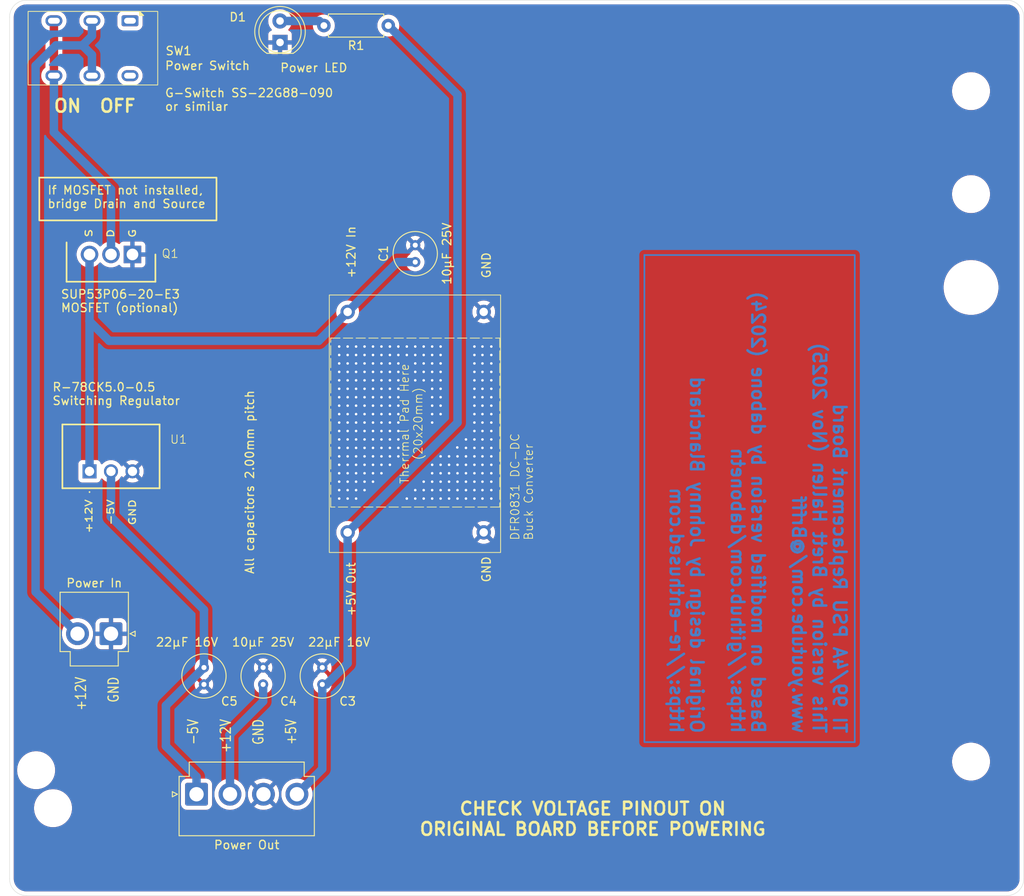
<source format=kicad_pcb>
(kicad_pcb (version 20241229) (generator "pcbnew") (generator_version "9.0")
  (title_block (title "Texas Instruments TI 99/4A PSU Replacement") (date "1/NOV/2025") (rev "A") (company "Brett Hallen") (comment 1 "www.youtube.com/@Brfff") (comment 2 "Modified design: dabonetn") (comment 3 "Original design: Johnny Blanchard"))
  (layers (0 "F.Cu" signal) (2 "B.Cu" signal) (13 "F.Paste" user) (15 "B.Paste" user) (5 "F.SilkS" user "F.Silkscreen") (7 "B.SilkS" user "B.Silkscreen") (1 "F.Mask" user) (3 "B.Mask" user) (25 "Edge.Cuts" user))
  (net 0 "")
  (net 1 "GND")
  (net 2 "+12V")
  (net 3 "+5V")
  (net 4 "-5V")
  (net 5 "Net-(J1-Pin_2)")
  (net 6 "Net-(Q1-D)")
  (net 7 "Net-(D1-A)")
  (footprint "Connector_JST:JST_VH_B2P-VH_1x02_P3.96mm_Vertical" (layer "F.Cu") (at 90 124 180)
    (property "Reference" "J1" (hide yes))
    (property "Value" "Power In" (at 1.98 6 0) (layer "F.SilkS"))
    (fp_line (start 6.02 4.91) (end -2.06 4.91) (stroke (width 0.12)) (layer "F.SilkS"))
    (fp_line (start 6.02 -2.11) (end 6.02 4.91) (stroke (width 0.12)) (layer "F.SilkS"))
    (fp_line (start 4.82 -2.11) (end 6.02 -2.11) (stroke (width 0.12)) (layer "F.SilkS"))
    (fp_line (start 4.82 -3.81) (end 4.82 -2.11) (stroke (width 0.12)) (layer "F.SilkS"))
    (fp_line (start -0.86 -2.11) (end -0.86 -3.81) (stroke (width 0.12)) (layer "F.SilkS"))
    (fp_line (start -0.86 -3.81) (end 4.82 -3.81) (stroke (width 0.12)) (layer "F.SilkS"))
    (fp_line (start -2.06 4.91) (end -2.06 -2.11) (stroke (width 0.12)) (layer "F.SilkS"))
    (fp_line (start -2.06 -2.11) (end -0.86 -2.11) (stroke (width 0.12)) (layer "F.SilkS"))
    (fp_line (start -2.26 0) (end -2.86 0.3) (stroke (width 0.12)) (layer "F.SilkS"))
    (fp_line (start -2.86 0.3) (end -2.86 -0.3) (stroke (width 0.12)) (layer "F.SilkS"))
    (fp_line (start -2.86 -0.3) (end -2.26 0) (stroke (width 0.12)) (layer "F.SilkS"))
    (pad "1" thru_hole roundrect (at 0 0 180) (size 2.7 2.7) (drill 1.7) (layers "*.Cu" "*.Mask") (roundrect_rratio 0.092593) (net 1 "GND"))
    (pad "2" thru_hole circle (at 3.96 0 180) (size 2.7 2.7) (drill 1.7) (layers "*.Cu" "*.Mask") (net 5 "Net-(J1-Pin_2)"))
  )
  (footprint "Capacitor_THT:C_Radial_D5.0mm_H5.0mm_P2.00mm" (layer "F.Cu") (at 101 130 90)
    (property "Reference" "C5" (at -2 3 180) (layer "F.SilkS"))
    (property "Value" "22µF 16V" (at 5 -2 180) (layer "F.SilkS"))
    (fp_circle (center 1 0) (end 3.62 0) (stroke (width 0.12)) (fill no) (layer "F.SilkS"))
    (pad "1" thru_hole circle (at 0 0 90) (size 1.2 1.2) (drill 0.6) (layers "*.Cu" "*.Mask") (net 1 "GND"))
    (pad "2" thru_hole circle (at 2 0 90) (size 1.2 1.2) (drill 0.6) (layers "*.Cu" "*.Mask") (net 4 "-5V"))
  )
  (footprint "Clueless_Engineer:R78CK5005" (layer "F.Cu") (at 87.46 104.775)
    (property "Reference" "U1" (at 10.54 -3.775 0) (layer "F.SilkS") (effects (font (thickness 0.1))))
    (property "Value" "R-78CK5.0-0.5" (hide yes))
    (fp_line (start -3.21 -5.55) (end -3.21 2) (stroke (width 0.2)) (layer "F.SilkS"))
    (fp_line (start -3.21 2) (end 8.29 2) (stroke (width 0.2)) (layer "F.SilkS"))
    (fp_line (start 0 2.4) (end 0 2.4) (stroke (width 0.1)) (layer "F.SilkS"))
    (fp_line (start 0 2.5) (end 0 2.5) (stroke (width 0.1)) (layer "F.SilkS"))
    (fp_line (start 8.29 -5.55) (end -3.21 -5.55) (stroke (width 0.2)) (layer "F.SilkS"))
    (fp_line (start 8.29 2) (end 8.29 -5.55) (stroke (width 0.2)) (layer "F.SilkS"))
    (fp_arc (start 0 2.4) (mid 0.05 2.45) (end 0 2.5) (stroke (width 0.1)) (layer "F.SilkS"))
    (fp_arc (start 0 2.5) (mid -0.05 2.45) (end 0 2.4) (stroke (width 0.1)) (layer "F.SilkS"))
    (pad "1" thru_hole rect (at 0 0) (size 1.665 1.665) (drill 1.11) (layers "*.Cu" "*.Mask") (net 2 "+12V"))
    (pad "2" thru_hole circle (at 2.54 0) (size 1.665 1.665) (drill 1.11) (layers "*.Cu" "*.Mask") (net 4 "-5V"))
    (pad "3" thru_hole circle (at 5.08 0) (size 1.665 1.665) (drill 1.11) (layers "*.Cu" "*.Mask") (net 1 "GND"))
  )
  (footprint "MountingHole:MountingHole_4mm" (layer "F.Cu") (at 191.76 139.138)
    (property "Reference" "H3" (hide yes))
    (property "Value" "MountingHole" (hide yes))
    (pad "" np_thru_hole circle (at 0 0) (size 4 4) (drill 4) (layers "*.Cu" "*.Mask"))
  )
  (footprint "Capacitor_THT:C_Radial_D5.0mm_H5.0mm_P2.00mm" (layer "F.Cu") (at 115 130 90)
    (property "Reference" "C3" (at -2 3 180) (layer "F.SilkS"))
    (property "Value" "22µF 16V" (at 5 2 180) (layer "F.SilkS"))
    (fp_circle (center 1 0) (end 3.62 0) (stroke (width 0.12)) (fill no) (layer "F.SilkS"))
    (pad "1" thru_hole circle (at 0 0 90) (size 1.2 1.2) (drill 0.6) (layers "*.Cu" "*.Mask") (net 3 "+5V"))
    (pad "2" thru_hole circle (at 2 0 90) (size 1.2 1.2) (drill 0.6) (layers "*.Cu" "*.Mask") (net 1 "GND"))
  )
  (footprint "LED_THT:LED_D5.0mm" (layer "F.Cu") (at 110 54 90)
    (property "Reference" "D1" (at 3 -5 180) (layer "F.SilkS"))
    (property "Value" "Power LED" (at -3 4 180) (layer "F.SilkS"))
    (fp_line (start -1.29 -1.545) (end -1.29 1.545) (stroke (width 0.12)) (layer "F.SilkS"))
    (fp_arc (start -1.29 -1.54483) (mid 2.071779 -2.880495) (end 4.26 0) (stroke (width 0.12)) (layer "F.SilkS"))
    (fp_arc (start 4.26 0) (mid 2.071779 2.880495) (end -1.29 1.54483) (stroke (width 0.12)) (layer "F.SilkS"))
    (fp_circle (center 1.27 0) (end 3.77 0) (stroke (width 0.12)) (fill no) (layer "F.SilkS"))
    (pad "1" thru_hole rect (at 0 0 90) (size 1.8 1.8) (drill 0.9) (layers "*.Cu" "*.Mask") (net 1 "GND"))
    (pad "2" thru_hole circle (at 2.54 0 90) (size 1.8 1.8) (drill 0.9) (layers "*.Cu" "*.Mask") (net 7 "Net-(D1-A)"))
  )
  (footprint "Clueless_Engineer:DFR0831" (layer "F.Cu") (at 137.831 97.38 -90)
    (property "Reference" "U2" (hide yes))
    (property "Value" "DFR0831" (hide yes))
    (fp_rect (start -13.48 1.731) (end 17 22) (stroke (width 0.1)) (fill no) (layer "F.SilkS"))
    (fp_text user "GND" (at -15.38 2.831 90) (layer "F.SilkS") (effects (justify left bottom)))
    (fp_text user "GND" (at 20.62 2.831 90) (layer "F.SilkS") (effects (justify left bottom)))
    (fp_text user "+5V Out" (at 24.62 18.831 90) (layer "F.SilkS") (effects (justify left bottom)))
    (fp_text user "+12V In" (at -15.38 18.831 90) (layer "F.SilkS") (effects (justify left bottom)))
    (pad "1" thru_hole circle (at -11.48 3.731 270) (size 1.7 1.7) (drill 1) (layers "*.Cu" "*.Mask") (net 1 "GND"))
    (pad "2" thru_hole circle (at -11.48 19.831 270) (size 1.7 1.7) (drill 1) (layers "*.Cu" "*.Mask") (net 2 "+12V"))
    (pad "3" thru_hole circle (at 14.62 3.731 270) (size 1.7 1.7) (drill 1) (layers "*.Cu" "*.Mask") (net 1 "GND"))
    (pad "4" thru_hole circle (at 14.62 19.831 270) (size 1.7 1.7) (drill 1) (layers "*.Cu" "*.Mask") (net 3 "+5V"))
  )
  (footprint "Clueless_Engineer:SS-22G88-G090 DPDT" (layer "F.Cu") (at 92.2471 51.4331 180)
    (property "Reference" "SW1" (at -5.7529 -3.5669 0) (layer "F.SilkS"))
    (property "Value" "SW_Slide_DPDT" (hide yes))
    (fp_rect (start -3.282885 -7.600678) (end 12.05 1.11) (stroke (width 0.1)) (fill no) (layer "F.SilkS"))
    (fp_poly (pts (xy -1.131098 0.63) (xy -1.131098 1.11) (xy -1.611098 0.63) (xy -1.131098 0.63)) (stroke (width 0.12)) (fill yes) (layer "F.SilkS"))
    (pad "1" thru_hole roundrect (at 0 0 180) (size 2 1.3) (drill oval 1.4 0.7) (layers "*.Cu" "*.Mask") (roundrect_rratio 0.1785714286))
    (pad "2" thru_hole oval (at 4.5 0 180) (size 2 1.3) (drill oval 1.4 0.7) (layers "*.Cu" "*.Mask") (net 5 "Net-(J1-Pin_2)"))
    (pad "3" thru_hole oval (at 9 -6.5 180) (size 2 1.3) (drill oval 1.4 0.7) (layers "*.Cu" "*.Mask") (net 6 "Net-(Q1-D)"))
    (pad "4" thru_hole oval (at 9 0 180) (size 2 1.3) (drill oval 1.4 0.7) (layers "*.Cu" "*.Mask") (net 6 "Net-(Q1-D)"))
    (pad "5" thru_hole oval (at 4.5 -6.5 180) (size 2 1.3) (drill oval 1.4 0.7) (layers "*.Cu" "*.Mask") (net 5 "Net-(J1-Pin_2)"))
    (pad "6" thru_hole oval (at 0 -6.5 180) (size 2 1.3) (drill oval 1.4 0.7) (layers "*.Cu" "*.Mask"))
  )
  (footprint "Resistor_THT:R_Axial_DIN0207_L6.3mm_D2.5mm_P7.62mm_Horizontal" (layer "F.Cu") (at 122.81 52 180)
    (property "Reference" "R1" (at 3.81 -2.37 0) (layer "F.SilkS"))
    (property "Value" "2.2KΩ" (hide yes))
    (fp_line (start 7.08 1.37) (end 7.08 1.04) (stroke (width 0.12)) (layer "F.SilkS"))
    (fp_line (start 7.08 -1.37) (end 7.08 -1.04) (stroke (width 0.12)) (layer "F.SilkS"))
    (fp_line (start 0.54 1.37) (end 7.08 1.37) (stroke (width 0.12)) (layer "F.SilkS"))
    (fp_line (start 0.54 1.04) (end 0.54 1.37) (stroke (width 0.12)) (layer "F.SilkS"))
    (fp_line (start 0.54 -1.04) (end 0.54 -1.37) (stroke (width 0.12)) (layer "F.SilkS"))
    (fp_line (start 0.54 -1.37) (end 7.08 -1.37) (stroke (width 0.12)) (layer "F.SilkS"))
    (pad "1" thru_hole circle (at 0 0 180) (size 1.6 1.6) (drill 0.8) (layers "*.Cu" "*.Mask") (net 3 "+5V"))
    (pad "2" thru_hole circle (at 7.62 0 180) (size 1.6 1.6) (drill 0.8) (layers "*.Cu" "*.Mask") (net 7 "Net-(D1-A)"))
  )
  (footprint "Capacitor_THT:C_Radial_D5.0mm_H5.0mm_P2.00mm" (layer "F.Cu") (at 126 80 90)
    (property "Reference" "C1" (at 1 -3.75 90) (layer "F.SilkS"))
    (property "Value" "10µF 25V" (at 1 3.75 90) (layer "F.SilkS"))
    (fp_circle (center 1 0) (end 3.62 0) (stroke (width 0.12)) (fill no) (layer "F.SilkS"))
    (pad "1" thru_hole circle (at 0 0 90) (size 1.2 1.2) (drill 0.6) (layers "*.Cu" "*.Mask") (net 2 "+12V"))
    (pad "2" thru_hole circle (at 2 0 90) (size 1.2 1.2) (drill 0.6) (layers "*.Cu" "*.Mask") (net 1 "GND"))
  )
  (footprint "MountingHole:MountingHole_4mm" (layer "F.Cu") (at 191.76 59.763)
    (property "Reference" "H5" (hide yes))
    (property "Value" "MountingHole" (hide yes))
    (pad "" np_thru_hole circle (at 0 0) (size 4 4) (drill 4) (layers "*.Cu" "*.Mask"))
  )
  (footprint "Capacitor_THT:C_Radial_D5.0mm_H5.0mm_P2.00mm" (layer "F.Cu") (at 108 130 90)
    (property "Reference" "C4" (at -2 3 180) (layer "F.SilkS"))
    (property "Value" "10µF 25V" (at 5 0 180) (layer "F.SilkS"))
    (fp_circle (center 1 0) (end 3.62 0) (stroke (width 0.12)) (fill no) (layer "F.SilkS"))
    (pad "1" thru_hole circle (at 0 0 90) (size 1.2 1.2) (drill 0.6) (layers "*.Cu" "*.Mask") (net 2 "+12V"))
    (pad "2" thru_hole circle (at 2 0 90) (size 1.2 1.2) (drill 0.6) (layers "*.Cu" "*.Mask") (net 1 "GND"))
  )
  (footprint "Clueless_Engineer:TO254P465X1028X1931-3P" (layer "F.Cu") (at 92.54 79.1 180)
    (property "Reference" "Q1" (at -4.46 0.1 0) (layer "F.SilkS") (effects (font (thickness 0.1))))
    (property "Value" "SUP53P06-20-E3" (hide yes))
    (fp_line (start 7.795 1.425) (end 7.795 -3.225) (stroke (width 0.2)) (layer "F.SilkS"))
    (fp_line (start 7.795 -3.225) (end -2.715 -3.225) (stroke (width 0.2)) (layer "F.SilkS"))
    (fp_line (start -2.715 -3.225) (end -2.715 0) (stroke (width 0.2)) (layer "F.SilkS"))
    (pad "1" thru_hole rect (at 0 0 180) (size 2.07 2.07) (drill 1.38) (layers "*.Cu" "*.Mask") (net 1 "GND"))
    (pad "2" thru_hole circle (at 2.54 0 180) (size 2.07 2.07) (drill 1.38) (layers "*.Cu" "*.Mask") (net 6 "Net-(Q1-D)"))
    (pad "3" thru_hole circle (at 5.08 0 180) (size 2.07 2.07) (drill 1.38) (layers "*.Cu" "*.Mask") (net 2 "+12V"))
  )
  (footprint "Connector_JST:JST_VH_B4P-VH_1x04_P3.96mm_Vertical" (layer "F.Cu") (at 100.12 143)
    (property "Reference" "J2" (hide yes))
    (property "Value" "Power Out" (at 5.94 6 0) (layer "F.SilkS"))
    (fp_line (start -2.86 -0.3) (end -2.26 0) (stroke (width 0.12)) (layer "F.SilkS"))
    (fp_line (start -2.86 0.3) (end -2.86 -0.3) (stroke (width 0.12)) (layer "F.SilkS"))
    (fp_line (start -2.26 0) (end -2.86 0.3) (stroke (width 0.12)) (layer "F.SilkS"))
    (fp_line (start -2.06 -2.11) (end -0.86 -2.11) (stroke (width 0.12)) (layer "F.SilkS"))
    (fp_line (start -2.06 4.91) (end -2.06 -2.11) (stroke (width 0.12)) (layer "F.SilkS"))
    (fp_line (start -0.86 -3.81) (end 12.74 -3.81) (stroke (width 0.12)) (layer "F.SilkS"))
    (fp_line (start -0.86 -2.11) (end -0.86 -3.81) (stroke (width 0.12)) (layer "F.SilkS"))
    (fp_line (start 12.74 -3.81) (end 12.74 -2.11) (stroke (width 0.12)) (layer "F.SilkS"))
    (fp_line (start 12.74 -2.11) (end 13.94 -2.11) (stroke (width 0.12)) (layer "F.SilkS"))
    (fp_line (start 13.94 -2.11) (end 13.94 4.91) (stroke (width 0.12)) (layer "F.SilkS"))
    (fp_line (start 13.94 4.91) (end -2.06 4.91) (stroke (width 0.12)) (layer "F.SilkS"))
    (pad "1" thru_hole roundrect (at 0 0) (size 2.7 2.7) (drill 1.7) (layers "*.Cu" "*.Mask") (roundrect_rratio 0.092593) (net 4 "-5V"))
    (pad "2" thru_hole circle (at 3.96 0) (size 2.7 2.7) (drill 1.7) (layers "*.Cu" "*.Mask") (net 2 "+12V"))
    (pad "3" thru_hole circle (at 7.92 0) (size 2.7 2.7) (drill 1.7) (layers "*.Cu" "*.Mask") (net 1 "GND"))
    (pad "4" thru_hole circle (at 11.88 0) (size 2.7 2.7) (drill 1.7) (layers "*.Cu" "*.Mask") (net 3 "+5V"))
  )
  (footprint "MountingHole:MountingHole_4mm" (layer "F.Cu") (at 83.143 144.6541)
    (property "Reference" "H2" (hide yes))
    (property "Value" "MountingHole" (hide yes))
    (pad "" np_thru_hole circle (at 0 0) (size 4 4) (drill 4) (layers "*.Cu" "*.Mask"))
  )
  (footprint "MountingHole:MountingHole_6mm" (layer "F.Cu") (at 191.76 83.004)
    (property "Reference" "H6" (hide yes))
    (property "Value" "MountingHole" (hide yes))
    (pad "" np_thru_hole circle (at 0 0) (size 6 6) (drill 6) (layers "*.Cu" "*.Mask"))
  )
  (footprint "MountingHole:MountingHole_4mm" (layer "F.Cu") (at 81.143 140.154)
    (property "Reference" "H1" (hide yes))
    (property "Value" "MountingHole" (hide yes))
    (pad "" np_thru_hole circle (at 0 0) (size 4 4) (drill 4) (layers "*.Cu" "*.Mask"))
  )
  (footprint "MountingHole:MountingHole_4mm" (layer "F.Cu") (at 191.76 71.955)
    (property "Reference" "H4" (hide yes))
    (property "Value" "MountingHole" (hide yes))
    (pad "" np_thru_hole circle (at 0 0) (size 4 4) (drill 4) (layers "*.Cu" "*.Mask"))
  )
  (gr_rect (start 116 89) (end 136 109) (stroke (width 0.1) (type dash)) (fill no) (layer "F.SilkS"))
  (gr_arc (start 80 155) (mid 78.585786 154.414214) (end 78 153) (stroke (width 0.05)) (layer "Edge.Cuts"))
  (gr_line (start 80 49) (end 196 49) (stroke (width 0.05)) (layer "Edge.Cuts"))
  (gr_line (start 198 51) (end 198 153) (stroke (width 0.05)) (layer "Edge.Cuts"))
  (gr_arc (start 78 51) (mid 78.585786 49.585786) (end 80 49) (stroke (width 0.05)) (layer "Edge.Cuts"))
  (gr_line (start 196 155) (end 80 155) (stroke (width 0.05)) (layer "Edge.Cuts"))
  (gr_line (start 78 153) (end 78 51) (stroke (width 0.05)) (layer "Edge.Cuts"))
  (gr_arc (start 196 49) (mid 197.414214 49.585786) (end 198 51) (stroke (width 0.05)) (layer "Edge.Cuts"))
  (gr_arc (start 198 153) (mid 197.414214 154.414214) (end 196 155) (stroke (width 0.05)) (layer "Edge.Cuts"))
  (gr_text "-5V\n\n+12V\n\nGND\n\n+5V" (at 112 134 90) (layer "F.SilkS") (effects (font (size 1.2 1)) (justify right bottom)))
  (gr_text "SUP53P06-20-E3\nMOSFET (optional)" (at 84 86 0) (layer "F.SilkS") (effects (font (size 1 1)) (justify left bottom)))
  (gr_text "+12V\n\nGND" (at 91 129 90) (layer "F.SilkS") (effects (font (size 1.2 1)) (justify right bottom)))
  (gr_text "DFR0831 DC-DC \nBuck Converter" (at 140 113 90) (layer "F.SilkS") (effects (font (size 1 1) (thickness 0.1)) (justify left bottom)))
  (gr_text "All capacitors 2.00mm pitch" (at 107 117 90) (layer "F.SilkS") (effects (font (size 1 1)) (justify left bottom)))
  (gr_text "CHECK VOLTAGE PINOUT ON\nORIGINAL BOARD BEFORE POWERING" (at 147 148 0) (layer "F.SilkS") (effects (font (size 1.5 1.5) (thickness 0.3) (bold yes)) (justify bottom)))
  (gr_text "ON  OFF" (at 83.09 62.39 0) (layer "F.SilkS") (effects (font (size 1.5 1.5) (thickness 0.3) (bold yes)) (justify left bottom)))
  (gr_text "Power Switch\n\nG-Switch SS-22G88-090\nor similar" (at 96.32 62.17 0) (layer "F.SilkS") (effects (font (size 1 1)) (justify left bottom)))
  (gr_text "S\n\nD\n\nG" (at 93 76 90) (layer "F.SilkS") (effects (font (size 0.8 1)) (justify right bottom)))
  (gr_text "R-78CK5.0-0.5\nSwitching Regulator" (at 83 97 0) (layer "F.SilkS") (effects (font (size 1 1)) (justify left bottom)))
  (gr_text "+12V\n\n-5V\n\nGND" (at 93 108 90) (layer "F.SilkS") (effects (font (size 0.8 1)) (justify right bottom)))
  (gr_text "Therrmal Pad Here\n(20x20mm)" (at 126.931 99.14 90) (layer "F.SilkS") (effects (font (size 1 1) (thickness 0.1)) (justify bottom)))
  (gr_text_box "TI 99/4A PSU Replacement Board\nThis version by Brett Hallen (Nov 2025)\nwww.youtube.com/@Brfff\n\nBased on modified version by dabone (2024)\nhttps://github.com/dabonetn\n\nOriginal design by Johnny Blanchard\nhttps://re-enthused.com" (start 153.112363 79.169318) (end 178 136.830681) (margins 1.0025 1.0025 1.0025 1.0025) (angle 270) (layer "B.Cu") (effects (font (size 1.5 1.5) (thickness 0.3) (bold yes)) (justify left top mirror)) (border yes) (stroke (width 0.2)))
  (gr_text_box "If MOSFET not installed,\nbridge Drain and Source" (start 81.516587 70) (end 102.483412 75.066349) (margins 1.0025 1.0025 1.0025 1.0025) (layer "F.SilkS") (effects (font (size 1 1)) (justify left top)) (border yes) (stroke (width 0.2)))
  (via (at 121 91) (size 0.6) (drill 0.3) (layers "F.Cu" "B.Cu") (net 1))
  (via (at 121 100) (size 0.6) (drill 0.3) (layers "F.Cu" "B.Cu") (net 1))
  (via (at 129 93) (size 0.6) (drill 0.3) (layers "F.Cu" "B.Cu") (net 1))
  (via (at 120 96) (size 0.6) (drill 0.3) (layers "F.Cu" "B.Cu") (net 1))
  (via (at 133.951702 106.999999) (size 0.6) (drill 0.3) (layers "F.Cu" "B.Cu") (net 1))
  (via (at 133 102) (size 0.6) (drill 0.3) (layers "F.Cu" "B.Cu") (net 1))
  (via (at 117 106) (size 0.6) (drill 0.3) (layers "F.Cu" "B.Cu") (net 1))
  (via (at 122 90) (size 0.6) (drill 0.3) (layers "F.Cu" "B.Cu") (net 1))
  (via (at 122 98) (size 0.6) (drill 0.3) (layers "F.Cu" "B.Cu") (net 1))
  (via (at 118 92) (size 0.6) (drill 0.3) (layers "F.Cu" "B.Cu") (net 1))
  (via (at 118 97) (size 0.6) (drill 0.3) (layers "F.Cu" "B.Cu") (net 1))
  (via (at 121 95) (size 0.6) (drill 0.3) (layers "F.Cu" "B.Cu") (net 1))
  (via (at 124 101) (size 0.6) (drill 0.3) (layers "F.Cu" "B.Cu") (net 1))
  (via (at 131 104) (size 0.6) (drill 0.3) (layers "F.Cu" "B.Cu") (net 1))
  (via (at 121 101) (size 0.6) (drill 0.3) (layers "F.Cu" "B.Cu") (net 1))
  (via (at 117 100) (size 0.6) (drill 0.3) (layers "F.Cu" "B.Cu") (net 1))
  (via (at 133.951702 107.999999) (size 0.6) (drill 0.3) (layers "F.Cu" "B.Cu") (net 1))
  (via (at 135 108) (size 0.6) (drill 0.3) (layers "F.Cu" "B.Cu") (net 1))
  (via (at 124 98) (size 0.6) (drill 0.3) (layers "F.Cu" "B.Cu") (net 1))
  (via (at 129 108) (size 0.6) (drill 0.3) (layers "F.Cu" "B.Cu") (net 1))
  (via (at 122 99) (size 0.6) (drill 0.3) (layers "F.Cu" "B.Cu") (net 1))
  (via (at 135 104) (size 0.6) (drill 0.3) (layers "F.Cu" "B.Cu") (net 1))
  (via (at 127 94) (size 0.6) (drill 0.3) (layers "F.Cu" "B.Cu") (net 1))
  (via (at 133.951702 89.999999) (size 0.6) (drill 0.3) (layers "F.Cu" "B.Cu") (net 1))
  (via (at 128 98) (size 0.6) (drill 0.3) (layers "F.Cu" "B.Cu") (net 1))
  (via (at 133 108) (size 0.6) (drill 0.3) (layers "F.Cu" "B.Cu") (net 1))
  (via (at 135 107) (size 0.6) (drill 0.3) (layers "F.Cu" "B.Cu") (net 1))
  (via (at 117 93) (size 0.6) (drill 0.3) (layers "F.Cu" "B.Cu") (net 1))
  (via (at 133.951702 102.999999) (size 0.6) (drill 0.3) (layers "F.Cu" "B.Cu") (net 1))
  (via (at 122 97) (size 0.6) (drill 0.3) (layers "F.Cu" "B.Cu") (net 1))
  (via (at 129 104) (size 0.6) (drill 0.3) (layers "F.Cu" "B.Cu") (net 1))
  (via (at 132 105) (size 0.6) (drill 0.3) (layers "F.Cu" "B.Cu") (net 1))
  (via (at 122 92) (size 0.6) (drill 0.3) (layers "F.Cu" "B.Cu") (net 1))
  (via (at 119 94) (size 0.6) (drill 0.3) (layers "F.Cu" "B.Cu") (net 1))
  (via (at 128 92) (size 0.6) (drill 0.3) (layers "F.Cu" "B.Cu") (net 1))
  (via (at 117 94) (size 0.6) (drill 0.3) (layers "F.Cu" "B.Cu") (net 1))
  (via (at 133.951702 90.999999) (size 0.6) (drill 0.3) (layers "F.Cu" "B.Cu") (net 1))
  (via (at 135 90) (size 0.6) (drill 0.3) (layers "F.Cu" "B.Cu") (net 1))
  (via (at 133.951702 100.999999) (size 0.6) (drill 0.3) (layers "F.Cu" "B.Cu") (net 1))
  (via (at 123 100) (size 0.6) (drill 0.3) (layers "F.Cu" "B.Cu") (net 1))
  (via (at 128 91) (size 0.6) (drill 0.3) (layers "F.Cu" "B.Cu") (net 1))
  (via (at 133 98) (size 0.6) (drill 0.3) (layers "F.Cu" "B.Cu") (net 1))
  (via (at 132 107) (size 0.6) (drill 0.3) (layers "F.Cu" "B.Cu") (net 1))
  (via (at 133 107) (size 0.6) (drill 0.3) (layers "F.Cu" "B.Cu") (net 1))
  (via (at 124 95) (size 0.6) (drill 0.3) (layers "F.Cu" "B.Cu") (net 1))
  (via (at 120 97) (size 0.6) (drill 0.3) (layers "F.Cu" "B.Cu") (net 1))
  (via (at 135 106) (size 0.6) (drill 0.3) (layers "F.Cu" "B.Cu") (net 1))
  (via (at 122 105) (size 0.6) (drill 0.3) (layers "F.Cu" "B.Cu") (net 1))
  (via (at 121 103) (size 0.6) (drill 0.3) (layers "F.Cu" "B.Cu") (net 1))
  (via (at 121 97) (size 0.6) (drill 0.3) (layers "F.Cu" "B.Cu") (net 1))
  (via (at 133.951702 101.999999) (size 0.6) (drill 0.3) (layers "F.Cu" "B.Cu") (net 1))
  (via (at 123 101) (size 0.6) (drill 0.3) (layers "F.Cu" "B.Cu") (net 1))
  (via (at 124 94) (size 0.6) (drill 0.3) (layers "F.Cu" "B.Cu") (net 1))
  (via (at 118 99) (size 0.6) (drill 0.3) (layers "F.Cu" "B.Cu") (net 1))
  (via (at 121 98) (size 0.6) (drill 0.3) (layers "F.Cu" "B.Cu") (net 1))
  (via (at 128 108) (size 0.6) (drill 0.3) (layers "F.Cu" "B.Cu") (net 1))
  (via (at 121 102) (size 0.6) (drill 0.3) (layers "F.Cu" "B.Cu") (net 1))
  (via (at 135 98) (size 0.6) (drill 0.3) (layers "F.Cu" "B.Cu") (net 1))
  (via (at 123 104) (size 0.6) (drill 0.3) (layers "F.Cu" "B.Cu") (net 1))
  (via (at 133.951702 103.999999) (size 0.6) (drill 0.3) (layers "F.Cu" "B.Cu") (net 1))
  (via (at 129 91) (size 0.6) (drill 0.3) (layers "F.Cu" "B.Cu") (net 1))
  (via (at 125 108) (size 0.6) (drill 0.3) (layers "F.Cu" "B.Cu") (net 1))
  (via (at 120 102) (size 0.6) (drill 0.3) (layers "F.Cu" "B.Cu") (net 1))
  (via (at 121 90) (size 0.6) (drill 0.3) (layers "F.Cu" "B.Cu") (net 1))
  (via (at 133 93) (size 0.6) (drill 0.3) (layers "F.Cu" "B.Cu") (net 1))
  (via (at 119 92) (size 0.6) (drill 0.3) (layers "F.Cu" "B.Cu") (net 1))
  (via (at 135 102) (size 0.6) (drill 0.3) (layers "F.Cu" "B.Cu") (net 1))
  (via (at 126 92) (size 0.6) (drill 0.3) (layers "F.Cu" "B.Cu") (net 1))
  (via (at 124 90) (size 0.6) (drill 0.3) (layers "F.Cu" "B.Cu") (net 1))
  (via (at 126 90) (size 0.6) (drill 0.3) (layers "F.Cu" "B.Cu") (net 1))
  (via (at 124 103) (size 0.6) (drill 0.3) (layers "F.Cu" "B.Cu") (net 1))
  (via (at 119 100) (size 0.6) (drill 0.3) (layers "F.Cu" "B.Cu") (net 1))
  (via (at 133 97) (size 0.6) (drill 0.3) (layers "F.Cu" "B.Cu") (net 1))
  (via (at 118 105) (size 0.6) (drill 0.3) (layers "F.Cu" "B.Cu") (net 1))
  (via (at 117 103) (size 0.6) (drill 0.3) (layers "F.Cu" "B.Cu") (net 1))
  (via (at 117 98) (size 0.6) (drill 0.3) (layers "F.Cu" "B.Cu") (net 1))
  (via (at 133 104) (size 0.6) (drill 0.3) (layers "F.Cu" "B.Cu") (net 1))
  (via (at 129 90) (size 0.6) (drill 0.3) (layers "F.Cu" "B.Cu") (net 1))
  (via (at 119 97) (size 0.6) (drill 0.3) (layers "F.Cu" "B.Cu") (net 1))
  (via (at 131 106) (size 0.6) (drill 0.3) (layers "F.Cu" "B.Cu") (net 1))
  (via (at 118 100) (size 0.6) (drill 0.3) (layers "F.Cu" "B.Cu") (net 1))
  (via (at 118 103) (size 0.6) (drill 0.3) (layers "F.Cu" "B.Cu") (net 1))
  (via (at 133 96) (size 0.6) (drill 0.3) (layers "F.Cu" "B.Cu") (net 1))
  (via (at 124 100) (size 0.6) (drill 0.3) (layers "F.Cu" "B.Cu") (net 1))
  (via (at 132 104) (size 0.6) (drill 0.3) (layers "F.Cu" "B.Cu") (net 1))
  (via (at 126 94) (size 0.6) (drill 0.3) (layers "F.Cu" "B.Cu") (net 1))
  (via (at 117 102) (size 0.6) (drill 0.3) (layers "F.Cu" "B.Cu") (net 1))
  (via (at 133 90) (size 0.6) (drill 0.3) (layers "F.Cu" "B.Cu") (net 1))
  (via (at 120 106) (size 0.6) (drill 0.3) (layers "F.Cu" "B.Cu") (net 1))
  (via (at 131 107) (size 0.6) (drill 0.3) (layers "F.Cu" "B.Cu") (net 1))
  (via (at 133 91) (size 0.6) (drill 0.3) (layers "F.Cu" "B.Cu") (net 1))
  (via (at 117 108) (size 0.6) (drill 0.3) (layers "F.Cu" "B.Cu") (net 1))
  (via (at 135 92) (size 0.6) (drill 0.3) (layers "F.Cu" "B.Cu") (net 1))
  (via (at 118 98) (size 0.6) (drill 0.3) (layers "F.Cu" "B.Cu") (net 1))
  (via (at 121 104) (size 0.6) (drill 0.3) (layers "F.Cu" "B.Cu") (net 1))
  (via (at 133.951702 97.999999) (size 0.6) (drill 0.3) (layers "F.Cu" "B.Cu") (net 1))
  (via (at 128 93) (size 0.6) (drill 0.3) (layers "F.Cu" "B.Cu") (net 1))
  (via (at 120 104) (size 0.6) (drill 0.3) (layers "F.Cu" "B.Cu") (net 1))
  (via (at 133 106) (size 0.6) (drill 0.3) (layers "F.Cu" "B.Cu") (net 1))
  (via (at 133.951702 96.999999) (size 0.6) (drill 0.3) (layers "F.Cu" "B.Cu") (net 1))
  (via (at 129 97) (size 0.6) (drill 0.3) (layers "F.Cu" "B.Cu") (net 1))
  (via (at 123 96) (size 0.6) (drill 0.3) (layers "F.Cu" "B.Cu") (net 1))
  (via (at 129 96) (size 0.6) (drill 0.3) (layers "F.Cu" "B.Cu") (net 1))
  (via (at 133.951702 99.999999) (size 0.6) (drill 0.3) (layers "F.Cu" "B.Cu") (net 1))
  (via (at 135 94) (size 0.6) (drill 0.3) (layers "F.Cu" "B.Cu") (net 1))
  (via (at 118 101) (size 0.6) (drill 0.3) (layers "F.Cu" "B.Cu") (net 1))
  (via (at 119 93) (size 0.6) (drill 0.3) (layers "F.Cu" "B.Cu") (net 1))
  (via (at 135 99) (size 0.6) (drill 0.3) (layers "F.Cu" "B.Cu") (net 1))
  (via (at 133.951702 105.999999) (size 0.6) (drill 0.3) (layers "F.Cu" "B.Cu") (net 1))
  (via (at 121 105) (size 0.6) (drill 0.3) (layers "F.Cu" "B.Cu") (net 1))
  (via (at 124 97) (size 0.6) (drill 0.3) (layers "F.Cu" "B.Cu") (net 1))
  (via (at 119 104) (size 0.6) (drill 0.3) (layers "F.Cu" "B.Cu") (net 1))
  (via (at 120 105) (size 0.6) (drill 0.3) (layers "F.Cu" "B.Cu") (net 1))
  (via (at 120 95) (size 0.6) (drill 0.3) (layers "F.Cu" "B.Cu") (net 1))
  (via (at 135 95) (size 0.6) (drill 0.3) (layers "F.Cu" "B.Cu") (net 1))
  (via (at 128 96) (size 0.6) (drill 0.3) (layers "F.Cu" "B.Cu") (net 1))
  (via (at 133.951702 104.999999) (size 0.6) (drill 0.3) (layers "F.Cu" "B.Cu") (net 1))
  (via (at 126 108) (size 0.6) (drill 0.3) (layers "F.Cu" "B.Cu") (net 1))
  (via (at 117 91) (size 0.6) (drill 0.3) (layers "F.Cu" "B.Cu") (net 1))
  (via (at 129 98) (size 0.6) (drill 0.3) (layers "F.Cu" "B.Cu") (net 1))
  (via (at 123 93) (size 0.6) (drill 0.3) (layers "F.Cu" "B.Cu") (net 1))
  (via (at 133 105) (size 0.6) (drill 0.3) (layers "F.Cu" "B.Cu") (net 1))
  (via (at 128 94) (size 0.6) (drill 0.3) (layers "F.Cu" "B.Cu") (net 1))
  (via (at 128 97) (size 0.6) (drill 0.3) (layers "F.Cu" "B.Cu") (net 1))
  (via (at 135 100) (size 0.6) (drill 0.3) (layers "F.Cu" "B.Cu") (net 1))
  (via (at 135 105) (size 0.6) (drill 0.3) (layers "F.Cu" "B.Cu") (net 1))
  (via (at 130.973237 101.947821) (size 0.6) (drill 0.3) (layers "F.Cu" "B.Cu") (net 1))
  (via (at 130 106) (size 0.6) (drill 0.3) (layers "F.Cu" "B.Cu") (net 1))
  (via (at 135 91) (size 0.6) (drill 0.3) (layers "F.Cu" "B.Cu") (net 1))
  (via (at 129 94) (size 0.6) (drill 0.3) (layers "F.Cu" "B.Cu") (net 1))
  (via (at 133.951702 98.999999) (size 0.6) (drill 0.3) (layers "F.Cu" "B.Cu") (net 1))
  (via (at 117 97) (size 0.6) (drill 0.3) (layers "F.Cu" "B.Cu") (net 1))
  (via (at 119 96) (size 0.6) (drill 0.3) (layers "F.Cu" "B.Cu") (net 1))
  (via (at 124 91) (size 0.6) (drill 0.3) (layers "F.Cu" "B.Cu") (net 1))
  (via (at 129 95) (size 0.6) (drill 0.3) (layers "F.Cu" "B.Cu") (net 1))
  (via (at 119 102) (size 0.6) (drill 0.3) (layers "F.Cu" "B.Cu") (net 1))
  (via (at 120 107) (size 0.6) (drill 0.3) (layers "F.Cu" "B.Cu") (net 1))
  (via (at 135 96) (size 0.6) (drill 0.3) (layers "F.Cu" "B.Cu") (net 1))
  (via (at 120 101) (size 0.6) (drill 0.3) (layers "F.Cu" "B.Cu") (net 1))
  (via (at 117 92) (size 0.6) (drill 0.3) (layers "F.Cu" "B.Cu") (net 1))
  (via (at 133 103) (size 0.6) (drill 0.3) (layers "F.Cu" "B.Cu") (net 1))
  (via (at 132 102) (size 0.6) (drill 0.3) (layers "F.Cu" "B.Cu") (net 1))
  (via (at 119 105) (size 0.6) (drill 0.3) (layers "F.Cu" "B.Cu") (net 1))
  (via (at 119 90) (size 0.6) (drill 0.3) (layers "F.Cu" "B.Cu") (net 1))
  (via (at 133.951702 94.999999) (size 0.6) (drill 0.3) (layers "F.Cu" "B.Cu") (net 1))
  (via (at 123 94) (size 0.6) (drill 0.3) (layers "F.Cu" "B.Cu") (net 1))
  (via (at 135 93) (size 0.6) (drill 0.3) (layers "F.Cu" "B.Cu") (net 1))
  (via (at 117 105) (size 0.6) (drill 0.3) (layers "F.Cu" "B.Cu") (net 1))
  (via (at 120 93) (size 0.6) (drill 0.3) (layers "F.Cu" "B.Cu") (net 1))
  (via (at 118 90) (size 0.6) (drill 0.3) (layers "F.Cu" "B.Cu") (net 1))
  (via (at 123 95) (size 0.6) (drill 0.3) (layers "F.Cu" "B.Cu") (net 1))
  (via (at 133.951702 91.999999) (size 0.6) (drill 0.3) (layers "F.Cu" "B.Cu") (net 1))
  (via (at 132 101) (size 0.6) (drill 0.3) (layers "F.Cu" "B.Cu") (net 1))
  (via (at 128 95) (size 0.6) (drill 0.3) (layers "F.Cu" "B.Cu") (net 1))
  (via (at 120 90) (size 0.6) (drill 0.3) (layers "F.Cu" "B.Cu") (net 1))
  (via (at 125 91) (size 0.6) (drill 0.3) (layers "F.Cu" "B.Cu") (net 1))
  (via (at 124 93) (size 0.6) (drill 0.3) (layers "F.Cu" "B.Cu") (net 1))
  (via (at 123 97) (size 0.6) (drill 0.3) (layers "F.Cu" "B.Cu") (net 1))
  (via (at 118 96) (size 0.6) (drill 0.3) (layers "F.Cu" "B.Cu") (net 1))
  (via (at 123 99) (size 0.6) (drill 0.3) (layers "F.Cu" "B.Cu") (net 1))
  (via (at 131 105) (size 0.6) (drill 0.3) (layers "F.Cu" "B.Cu") (net 1))
  (via (at 118 95) (size 0.6) (drill 0.3) (layers "F.Cu" "B.Cu") (net 1))
  (via (at 124 102) (size 0.6) (drill 0.3) (layers "F.Cu" "B.Cu") (net 1))
  (via (at 120 100) (size 0.6) (drill 0.3) (layers "F.Cu" "B.Cu") (net 1))
  (via (at 127 92) (size 0.6) (drill 0.3) (layers "F.Cu" "B.Cu") (net 1))
  (via (at 118 91) (size 0.6) (drill 0.3) (layers "F.Cu" "B.Cu") (net 1))
  (via (at 121 106) (size 0.6) (drill 0.3) (layers "F.Cu" "B.Cu") (net 1))
  (via (at 119 108) (size 0.6) (drill 0.3) (layers "F.Cu" "B.Cu") (net 1))
  (via (at 119 103) (size 0.6) (drill 0.3) (layers "F.Cu" "B.Cu") (net 1))
  (via (at 120 92) (size 0.6) (drill 0.3) (layers "F.Cu" "B.Cu") (net 1))
  (via (at 117 90) (size 0.6) (drill 0.3) (layers "F.Cu" "B.Cu") (net 1))
  (via (at 122 101) (size 0.6) (drill 0.3) (layers "F.Cu" "B.Cu") (net 1))
  (via (at 120 91) (size 0.6) (drill 0.3) (layers "F.Cu" "B.Cu") (net 1))
  (via (at 121 93) (size 0.6) (drill 0.3) (layers "F.Cu" "B.Cu") (net 1))
  (via (at 133.951702 92.999999) (size 0.6) (drill 0.3) (layers "F.Cu" "B.Cu") (net 1))
  (via (at 123 92) (size 0.6) (drill 0.3) (layers "F.Cu" "B.Cu") (net 1))
  (via (at 128 106) (size 0.6) (drill 0.3) (layers "F.Cu" "B.Cu") (net 1))
  (via (at 135 101) (size 0.6) (drill 0.3) (layers "F.Cu" "B.Cu") (net 1))
  (via (at 123 90) (size 0.6) (drill 0.3) (layers "F.Cu" "B.Cu") (net 1))
  (via (at 117 95) (size 0.6) (drill 0.3) (layers "F.Cu" "B.Cu") (net 1))
  (via (at 133.951702 93.999999) (size 0.6) (drill 0.3) (layers "F.Cu" "B.Cu") (net 1))
  (via (at 123 91) (size 0.6) (drill 0.3) (layers "F.Cu" "B.Cu") (net 1))
  (via (at 133 101) (size 0.6) (drill 0.3) (layers "F.Cu" "B.Cu") (net 1))
  (via (at 121 92) (size 0.6) (drill 0.3) (layers "F.Cu" "B.Cu") (net 1))
  (via (at 133.951702 95.999999) (size 0.6) (drill 0.3) (layers "F.Cu" "B.Cu") (net 1))
  (via (at 123 98) (size 0.6) (drill 0.3) (layers "F.Cu" "B.Cu") (net 1))
  (via (at 129 103) (size 0.6) (drill 0.3) (layers "F.Cu" "B.Cu") (net 1))
  (via (at 117 99) (size 0.6) (drill 0.3) (layers "F.Cu" "B.Cu") (net 1))
  (via (at 131 103) (size 0.6) (drill 0.3) (layers "F.Cu" "B.Cu") (net 1))
  (via (at 121 94) (size 0.6) (drill 0.3) (layers "F.Cu" "B.Cu") (net 1))
  (via (at 119 99) (size 0.6) (drill 0.3) (layers "F.Cu" "B.Cu") (net 1))
  (via (at 132 108) (size 0.6) (drill 0.3) (layers "F.Cu" "B.Cu") (net 1))
  (via (at 133 94) (size 0.6) (drill 0.3) (layers "F.Cu" "B.Cu") (net 1))
  (via (at 127 91) (size 0.6) (drill 0.3) (layers "F.Cu" "B.Cu") (net 1))
  (via (at 118 93) (size 0.6) (drill 0.3) (layers "F.Cu" "B.Cu") (net 1))
  (via (at 119 107) (size 0.6) (drill 0.3) (layers "F.Cu" "B.Cu") (net 1))
  (via (at 130 104) (size 0.6) (drill 0.3) (layers "F.Cu" "B.Cu") (net 1))
  (via (at 131 108) (size 0.6) (drill 0.3) (layers "F.Cu" "B.Cu") (net 1))
  (via (at 119 98) (size 0.6) (drill 0.3) (layers "F.Cu" "B.Cu") (net 1))
  (via (at 117 104) (size 0.6) (drill 0.3) (layers "F.Cu" "B.Cu") (net 1))
  (via (at 128 105) (size 0.6) (drill 0.3) (layers "F.Cu" "B.Cu") (net 1))
  (via (at 119 101) (size 0.6) (drill 0.3) (layers "F.Cu" "B.Cu") (net 1))
  (via (at 120 103) (size 0.6) (drill 0.3) (layers "F.Cu" "B.Cu") (net 1))
  (via (at 127 106) (size 0.6) (drill 0.3) (layers "F.Cu" "B.Cu") (net 1))
  (via (at 119 95) (size 0.6) (drill 0.3) (layers "F.Cu" "B.Cu") (net 1))
  (via (at 123 102) (size 0.6) (drill 0.3) (layers "F.Cu" "B.Cu") (net 1))
  (via (at 117 96) (size 0.6) (drill 0.3) (layers "F.Cu" "B.Cu") (net 1))
  (via (at 128 90) (size 0.6) (drill 0.3) (layers "F.Cu" "B.Cu") (net 1))
  (via (at 125 90) (size 0.6) (drill 0.3) (layers "F.Cu" "B.Cu") (net 1))
  (via (at 121 99) (size 0.6) (drill 0.3) (layers "F.Cu" "B.Cu") (net 1))
  (via (at 127 107) (size 0.6) (drill 0.3) (layers "F.Cu" "B.Cu") (net 1))
  (via (at 127 108) (size 0.6) (drill 0.3) (layers "F.Cu" "B.Cu") (net 1))
  (via (at 133 100) (size 0.6) (drill 0.3) (layers "F.Cu" "B.Cu") (net 1))
  (via (at 119 106) (size 0.6) (drill 0.3) (layers "F.Cu" "B.Cu") (net 1))
  (via (at 122 96) (size 0.6) (drill 0.3) (layers "F.Cu" "B.Cu") (net 1))
  (via (at 124 92) (size 0.6) (drill 0.3) (layers "F.Cu" "B.Cu") (net 1))
  (via (at 122 100) (size 0.6) (drill 0.3) (layers "F.Cu" "B.Cu") (net 1))
  (via (at 119 91) (size 0.6) (drill 0.3) (layers "F.Cu" "B.Cu") (net 1))
  (via (at 118 106) (size 0.6) (drill 0.3) (layers "F.Cu" "B.Cu") (net 1))
  (via (at 118 107) (size 0.6) (drill 0.3) (layers "F.Cu" "B.Cu") (net 1))
  (via (at 118 94) (size 0.6) (drill 0.3) (layers "F.Cu" "B.Cu") (net 1))
  (via (at 118 102) (size 0.6) (drill 0.3) (layers "F.Cu" "B.Cu") (net 1))
  (via (at 128 99) (size 0.6) (drill 0.3) (layers "F.Cu" "B.Cu") (net 1))
  (via (at 124 96) (size 0.6) (drill 0.3) (layers "F.Cu" "B.Cu") (net 1))
  (via (at 132 103) (size 0.6) (drill 0.3) (layers "F.Cu" "B.Cu") (net 1))
  (via (at 122 91) (size 0.6) (drill 0.3) (layers "F.Cu" "B.Cu") (net 1))
  (via (at 124 99) (size 0.6) (drill 0.3) (layers "F.Cu" "B.Cu") (net 1))
  (via (at 122 102) (size 0.6) (drill 0.3) (layers "F.Cu" "B.Cu") (net 1))
  (via (at 128 104) (size 0.6) (drill 0.3) (layers "F.Cu" "B.Cu") (net 1))
  (via (at 135 103) (size 0.6) (drill 0.3) (layers "F.Cu" "B.Cu") (net 1))
  (via (at 121 96) (size 0.6) (drill 0.3) (layers "F.Cu" "B.Cu") (net 1))
  (via (at 127 90) (size 0.6) (drill 0.3) (layers "F.Cu" "B.Cu") (net 1))
  (via (at 117 101) (size 0.6) (drill 0.3) (layers "F.Cu" "B.Cu") (net 1))
  (via (at 133 92) (size 0.6) (drill 0.3) (layers "F.Cu" "B.Cu") (net 1))
  (via (at 120 94) (size 0.6) (drill 0.3) (layers "F.Cu" "B.Cu") (net 1))
  (via (at 122 95) (size 0.6) (drill 0.3) (layers "F.Cu" "B.Cu") (net 1))
  (via (at 129 92) (size 0.6) (drill 0.3) (layers "F.Cu" "B.Cu") (net 1))
  (via (at 129 107) (size 0.6) (drill 0.3) (layers "F.Cu" "B.Cu") (net 1))
  (via (at 118 108) (size 0.6) (drill 0.3) (layers "F.Cu" "B.Cu") (net 1))
  (via (at 126 93) (size 0.6) (drill 0.3) (layers "F.Cu" "B.Cu") (net 1))
  (via (at 122 103) (size 0.6) (drill 0.3) (layers "F.Cu" "B.Cu") (net 1))
  (via (at 133 99) (size 0.6) (drill 0.3) (layers "F.Cu" "B.Cu") (net 1))
  (via (at 130 107) (size 0.6) (drill 0.3) (layers "F.Cu" "B.Cu") (net 1))
  (via (at 120 98) (size 0.6) (drill 0.3) (layers "F.Cu" "B.Cu") (net 1))
  (via (at 135 97) (size 0.6) (drill 0.3) (layers "F.Cu" "B.Cu") (net 1))
  (via (at 122 93) (size 0.6) (drill 0.3) (layers "F.Cu" "B.Cu") (net 1))
  (via (at 130 108) (size 0.6) (drill 0.3) (layers "F.Cu" "B.Cu") (net 1))
  (via (at 129 106) (size 0.6) (drill 0.3) (layers "F.Cu" "B.Cu") (net 1))
  (via (at 130 105) (size 0.6) (drill 0.3) (layers "F.Cu" "B.Cu") (net 1))
  (via (at 120 99) (size 0.6) (drill 0.3) (layers "F.Cu" "B.Cu") (net 1))
  (via (at 122 94) (size 0.6) (drill 0.3) (layers "F.Cu" "B.Cu") (net 1))
  (via (at 128 107) (size 0.6) (drill 0.3) (layers "F.Cu" "B.Cu") (net 1))
  (via (at 130 103) (size 0.6) (drill 0.3) (layers "F.Cu" "B.Cu") (net 1))
  (via (at 123 103) (size 0.6) (drill 0.3) (layers "F.Cu" "B.Cu") (net 1))
  (via (at 127 93) (size 0.6) (drill 0.3) (layers "F.Cu" "B.Cu") (net 1))
  (via (at 132 106) (size 0.6) (drill 0.3) (layers "F.Cu" "B.Cu") (net 1))
  (via (at 117 107) (size 0.6) (drill 0.3) (layers "F.Cu" "B.Cu") (net 1))
  (via (at 122 104) (size 0.6) (drill 0.3) (layers "F.Cu" "B.Cu") (net 1))
  (via (at 133 95) (size 0.6) (drill 0.3) (layers "F.Cu" "B.Cu") (net 1))
  (via (at 129 105) (size 0.6) (drill 0.3) (layers "F.Cu" "B.Cu") (net 1))
  (via (at 118 104) (size 0.6) (drill 0.3) (layers "F.Cu" "B.Cu") (net 1))
  (via (at 126 107) (size 0.6) (drill 0.3) (layers "F.Cu" "B.Cu") (net 1))
  (via (at 126 91) (size 0.6) (drill 0.3) (layers "F.Cu" "B.Cu") (net 1))
  (segment (start 123.9 80) (end 126 80) (width 1) (layer "B.Cu") (net 2))
  (segment (start 104.08 136.08) (end 104.08 143) (width 1) (layer "B.Cu") (net 2))
  (segment (start 89.78 89.32) (end 87.46 87) (width 1) (layer "B.Cu") (net 2))
  (segment (start 87.46 104.775) (end 87.46 92.65) (width 1) (layer "B.Cu") (net 2))
  (segment (start 114.58 89.32) (end 89.78 89.32) (width 1) (layer "B.Cu") (net 2))
  (segment (start 87.46 92.65) (end 87.46 87) (width 1) (layer "B.Cu") (net 2))
  (segment (start 104 136) (end 104.08 136.08) (width 1) (layer "B.Cu") (net 2))
  (segment (start 108 130) (end 108 132) (width 1) (layer "B.Cu") (net 2))
  (segment (start 87.46 87) (end 87.46 79.1) (width 1) (layer "B.Cu") (net 2))
  (segment (start 118 85.9) (end 123.9 80) (width 1) (layer "B.Cu") (net 2))
  (segment (start 118 85.9) (end 114.58 89.32) (width 1) (layer "B.Cu") (net 2))
  (segment (start 108 132) (end 104 136) (width 1) (layer "B.Cu") (net 2))
  (segment (start 131 60.19) (end 122.81 52) (width 1) (layer "B.Cu") (net 3))
  (segment (start 118 112) (end 131 99) (width 1) (layer "B.Cu") (net 3))
  (segment (start 131 99) (end 131 60.19) (width 1) (layer "B.Cu") (net 3))
  (segment (start 118 112) (end 118 127.5) (width 1) (layer "B.Cu") (net 3))
  (segment (start 118 127.5) (end 115.5 130) (width 1) (layer "B.Cu") (net 3))
  (segment (start 115 130) (end 115 140) (width 1) (layer "B.Cu") (net 3))
  (segment (start 115.5 130) (end 115 130) (width 1) (layer "B.Cu") (net 3))
  (segment (start 115 140) (end 112 143) (width 1) (layer "B.Cu") (net 3))
  (segment (start 100.12 140.93) (end 100.12 143) (width 1) (layer "B.Cu") (net 4))
  (segment (start 101 121.17) (end 89.99 110.16) (width 1) (layer "B.Cu") (net 4))
  (segment (start 101 128) (end 101 121.17) (width 1) (layer "B.Cu") (net 4))
  (segment (start 96.5 137.31) (end 100.12 140.93) (width 1) (layer "B.Cu") (net 4))
  (segment (start 90 110.15) (end 90 104.775) (width 1) (layer "B.Cu") (net 4))
  (segment (start 101 128) (end 96.5 132.5) (width 1) (layer "B.Cu") (net 4))
  (segment (start 96.5 132.5) (end 96.5 137.31) (width 1) (layer "B.Cu") (net 4))
  (segment (start 89.99 110.16) (end 90 110.15) (width 1) (layer "B.Cu") (net 4))
  (segment (start 81.08 119.04) (end 86.04 124) (width 1) (layer "B.Cu") (net 5))
  (segment (start 81.08 56.76) (end 81.08 119.04) (width 1) (layer "B.Cu") (net 5))
  (segment (start 86.63 54.35) (end 83.49 54.35) (width 1) (layer "B.Cu") (net 5))
  (segment (start 87.7471 55.4671) (end 86.63 54.35) (width 1) (layer "B.Cu") (net 5))
  (segment (start 87.7471 57.9331) (end 87.7471 55.4671) (width 1) (layer "B.Cu") (net 5))
  (segment (start 83.49 54.35) (end 81.08 56.76) (width 1) (layer "B.Cu") (net 5))
  (segment (start 87.7471 53.2329) (end 86.63 54.35) (width 1) (layer "B.Cu") (net 5))
  (segment (start 87.7471 51.4331) (end 87.7471 53.2329) (width 1) (layer "B.Cu") (net 5))
  (segment (start 83.2471 51.4331) (end 83.2471 57.9331) (width 1) (layer "F.Cu") (net 6))
  (segment (start 83.2471 64.6371) (end 83.2471 57.9331) (width 1) (layer "B.Cu") (net 6))
  (segment (start 90 71.39) (end 83.2471 64.6371) (width 1) (layer "B.Cu") (net 6))
  (segment (start 90 79.1) (end 90 71.39) (width 1) (layer "B.Cu") (net 6))
  (segment (start 114.65 51.46) (end 115.19 52) (width 1) (layer "B.Cu") (net 7))
  (segment (start 110 51.46) (end 114.65 51.46) (width 1) (layer "B.Cu") (net 7))
  (zone (net 1) (net_name "GND") (layer "F.Cu") (priority 1) (connect_pads (clearance 0.5)) (min_thickness 0.25) (fill yes (thermal_gap 0.5) (thermal_bridge_width 0.5))
    (polygon (pts (xy 78 155) (xy 78 49) (xy 198 49) (xy 198 155)))
  )
  (zone (net 1) (net_name "GND") (layer "B.Cu") (connect_pads (clearance 0.5)) (min_thickness 0.25) (fill yes (thermal_gap 0.5) (thermal_bridge_width 0.5))
    (polygon (pts (xy 78 155) (xy 78 49) (xy 198 49) (xy 198 155)))
  )
)
</source>
